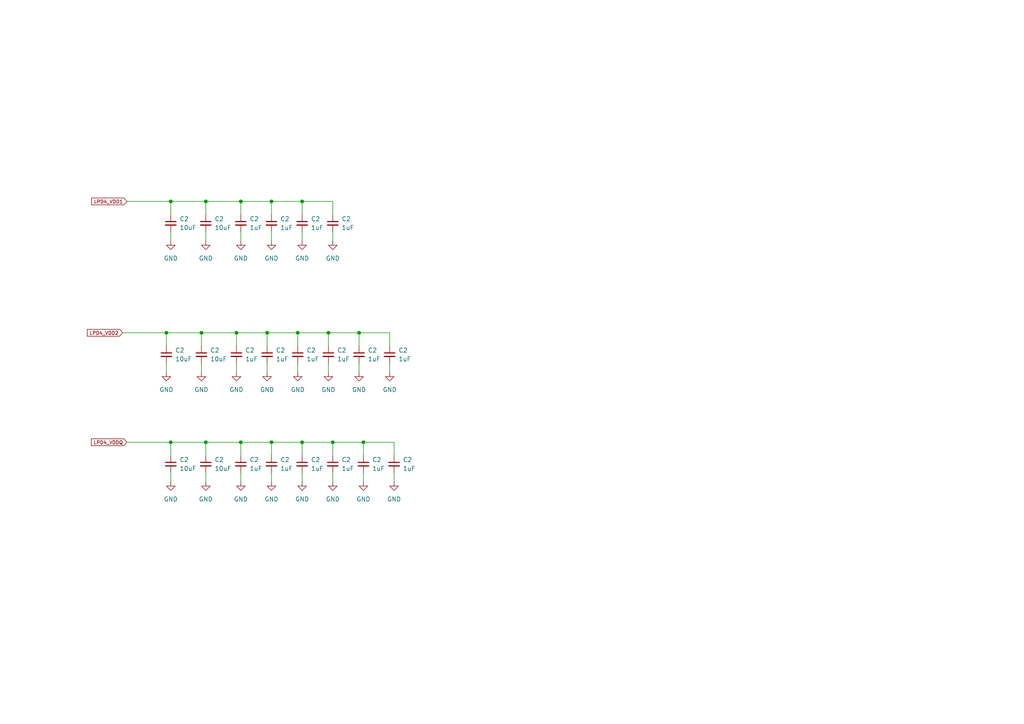
<source format=kicad_sch>
(kicad_sch (version 20230121) (generator eeschema)
  (paper "A4")
  (lib_symbols
    (symbol "Device:C_Small" (pin_numbers hide) (pin_names (offset 0.254) hide)
      (property "Reference" "C" (at 0.254 1.778 0))
      (property "Value" "C_Small" (at 0.254 -2.032 0))
      (symbol "C_Small_0_1"
        (polyline (pts (xy -1.524 -0.508) (xy 1.524 -0.508)) (stroke (width 0.3302)))
        (polyline (pts (xy -1.524 0.508) (xy 1.524 0.508)) (stroke (width 0.3048)))
      )
      (symbol "C_Small_1_1"
        (pin passive line (at 0 2.54 270) (length 2.032) (name "~") (number "1"))
        (pin passive line (at 0 -2.54 90) (length 2.032) (name "~") (number "2"))
      )
    )
    (symbol "power:GND" (power) (pin_names (offset 0))
      (property "Value" "GND" (at 0 -3.81 0))
      (symbol "GND_0_1"
        (polyline (pts (xy 0 0) (xy 0 -1.27) (xy 1.27 -1.27) (xy 0 -2.54) (xy -1.27 -1.27) (xy 0 -1.27)))
      )
      (symbol "GND_1_1"
        (pin power_in line (at 0 0 270) (length 0) hide (name "GND") (number "1"))
      )
    )
  )
  (junction (at 49.53 58.42))
  (junction (at 48.26 96.52))
  (junction (at 104.14 96.52))
  (junction (at 69.85 128.27))
  (junction (at 96.52 128.27))
  (junction (at 78.74 128.27))
  (junction (at 59.69 58.42))
  (junction (at 69.85 58.42))
  (junction (at 78.74 58.42))
  (junction (at 86.36 96.52))
  (junction (at 87.63 58.42))
  (junction (at 49.53 128.27))
  (junction (at 77.47 96.52))
  (junction (at 58.42 96.52))
  (junction (at 95.25 96.52))
  (junction (at 59.69 128.27))
  (junction (at 68.58 96.52))
  (junction (at 105.41 128.27))
  (junction (at 87.63 128.27))
  (wire (pts (xy 78.74 67.31) (xy 78.74 69.85)))
  (wire (pts (xy 59.69 128.27) (xy 59.69 132.08)))
  (wire (pts (xy 77.47 96.52) (xy 68.58 96.52)))
  (wire (pts (xy 68.58 105.41) (xy 68.58 107.95)))
  (wire (pts (xy 69.85 137.16) (xy 69.85 139.7)))
  (wire (pts (xy 58.42 105.41) (xy 58.42 107.95)))
  (wire (pts (xy 95.25 96.52) (xy 95.25 100.33)))
  (wire (pts (xy 96.52 137.16) (xy 96.52 139.7)))
  (wire (pts (xy 48.26 105.41) (xy 48.26 107.95)))
  (wire (pts (xy 87.63 128.27) (xy 78.74 128.27)))
  (wire (pts (xy 36.83 58.42) (xy 49.53 58.42)))
  (wire (pts (xy 113.03 105.41) (xy 113.03 107.95)))
  (wire (pts (xy 49.53 67.31) (xy 49.53 69.85)))
  (wire (pts (xy 78.74 128.27) (xy 78.74 132.08)))
  (wire (pts (xy 96.52 58.42) (xy 96.52 62.23)))
  (wire (pts (xy 59.69 128.27) (xy 49.53 128.27)))
  (wire (pts (xy 113.03 96.52) (xy 104.14 96.52)))
  (wire (pts (xy 59.69 67.31) (xy 59.69 69.85)))
  (wire (pts (xy 95.25 105.41) (xy 95.25 107.95)))
  (wire (pts (xy 114.3 137.16) (xy 114.3 139.7)))
  (wire (pts (xy 69.85 128.27) (xy 69.85 132.08)))
  (wire (pts (xy 87.63 128.27) (xy 87.63 132.08)))
  (wire (pts (xy 78.74 58.42) (xy 69.85 58.42)))
  (wire (pts (xy 68.58 96.52) (xy 58.42 96.52)))
  (wire (pts (xy 78.74 128.27) (xy 69.85 128.27)))
  (wire (pts (xy 48.26 96.52) (xy 48.26 100.33)))
  (wire (pts (xy 114.3 128.27) (xy 105.41 128.27)))
  (wire (pts (xy 96.52 128.27) (xy 87.63 128.27)))
  (wire (pts (xy 104.14 96.52) (xy 95.25 96.52)))
  (wire (pts (xy 49.53 137.16) (xy 49.53 139.7)))
  (wire (pts (xy 86.36 96.52) (xy 86.36 100.33)))
  (wire (pts (xy 69.85 58.42) (xy 59.69 58.42)))
  (wire (pts (xy 105.41 137.16) (xy 105.41 139.7)))
  (wire (pts (xy 78.74 58.42) (xy 78.74 62.23)))
  (wire (pts (xy 58.42 96.52) (xy 48.26 96.52)))
  (wire (pts (xy 69.85 128.27) (xy 59.69 128.27)))
  (wire (pts (xy 96.52 67.31) (xy 96.52 69.85)))
  (wire (pts (xy 87.63 58.42) (xy 87.63 62.23)))
  (wire (pts (xy 96.52 58.42) (xy 87.63 58.42)))
  (wire (pts (xy 59.69 58.42) (xy 49.53 58.42)))
  (wire (pts (xy 86.36 96.52) (xy 77.47 96.52)))
  (wire (pts (xy 69.85 67.31) (xy 69.85 69.85)))
  (wire (pts (xy 105.41 128.27) (xy 105.41 132.08)))
  (wire (pts (xy 59.69 58.42) (xy 59.69 62.23)))
  (wire (pts (xy 59.69 137.16) (xy 59.69 139.7)))
  (wire (pts (xy 36.83 128.27) (xy 49.53 128.27)))
  (wire (pts (xy 113.03 96.52) (xy 113.03 100.33)))
  (wire (pts (xy 87.63 67.31) (xy 87.63 69.85)))
  (wire (pts (xy 58.42 96.52) (xy 58.42 100.33)))
  (wire (pts (xy 95.25 96.52) (xy 86.36 96.52)))
  (wire (pts (xy 49.53 58.42) (xy 49.53 62.23)))
  (wire (pts (xy 87.63 137.16) (xy 87.63 139.7)))
  (wire (pts (xy 86.36 105.41) (xy 86.36 107.95)))
  (wire (pts (xy 87.63 58.42) (xy 78.74 58.42)))
  (wire (pts (xy 105.41 128.27) (xy 96.52 128.27)))
  (wire (pts (xy 114.3 128.27) (xy 114.3 132.08)))
  (wire (pts (xy 104.14 105.41) (xy 104.14 107.95)))
  (wire (pts (xy 96.52 128.27) (xy 96.52 132.08)))
  (wire (pts (xy 77.47 105.41) (xy 77.47 107.95)))
  (wire (pts (xy 49.53 128.27) (xy 49.53 132.08)))
  (wire (pts (xy 104.14 96.52) (xy 104.14 100.33)))
  (wire (pts (xy 35.56 96.52) (xy 48.26 96.52)))
  (wire (pts (xy 69.85 58.42) (xy 69.85 62.23)))
  (wire (pts (xy 77.47 96.52) (xy 77.47 100.33)))
  (wire (pts (xy 78.74 137.16) (xy 78.74 139.7)))
  (wire (pts (xy 68.58 96.52) (xy 68.58 100.33)))
  (global_label "LPD4_VDD2" (shape input) (at 35.56 96.52 180) (effects (font (size 1 1))) (property "Intersheetrefs" "${INTERSHEET_REFS}" (effects hide)))
  (global_label "LPD4_VDD1" (shape input) (at 36.83 58.42 180) (effects (font (size 1 1))) (property "Intersheetrefs" "${INTERSHEET_REFS}" (effects hide)))
  (global_label "LPD4_VDDQ" (shape input) (at 36.83 128.27 180) (effects (font (size 1 1))) (property "Intersheetrefs" "${INTERSHEET_REFS}" (effects hide)))
  (symbol (lib_id "power:GND") (at 104.14 107.95 0) (unit 1)
    (property "Reference" "#PWR06" (effects hide))
    (property "Value" "GND" (at 104.14 113.03 0))
    (instances (project "IMX8ML_plus" (path "" (reference "#PWR06") (unit 1)) (path "" (reference "#PWR020") (unit 1))))
  )
  (symbol (lib_id "power:GND") (at 78.74 69.85 0) (unit 1)
    (property "Reference" "#PWR06" (effects hide))
    (property "Value" "GND" (at 78.74 74.93 0))
    (instances (project "IMX8ML_plus" (path "" (reference "#PWR06") (unit 1)) (path "" (reference "#PWR011") (unit 1))))
  )
  (symbol (lib_id "power:GND") (at 105.41 139.7 0) (unit 1)
    (property "Reference" "#PWR06" (effects hide))
    (property "Value" "GND" (at 105.41 144.78 0))
    (instances (project "IMX8ML_plus" (path "" (reference "#PWR06") (unit 1)) (path "" (reference "#PWR028") (unit 1))))
  )
  (symbol (lib_id "Device:C_Small") (at 96.52 134.62 0) (mirror y) (unit 1)
    (property "Reference" "C2" (at 99.06 133.3563 0) (effects (justify right)))
    (property "Value" "1uF" (at 99.06 135.8963 0) (effects (justify right)))
    (property "Footprint" "Capacitor_SMD:C_0201_0603Metric_Pad0.64x0.40mm_HandSolder" (effects hide))
    (instances (project "IMX8ML_plus" (path "" (reference "C2") (unit 1)) (path "" (reference "C22") (unit 1))))
  )
  (symbol (lib_id "Device:C_Small") (at 95.25 102.87 0) (mirror y) (unit 1)
    (property "Reference" "C2" (at 97.79 101.6063 0) (effects (justify right)))
    (property "Value" "1uF" (at 97.79 104.1463 0) (effects (justify right)))
    (property "Footprint" "Capacitor_SMD:C_0201_0603Metric_Pad0.64x0.40mm_HandSolder" (effects hide))
    (instances (project "IMX8ML_plus" (path "" (reference "C2") (unit 1)) (path "" (reference "C14") (unit 1))))
  )
  (symbol (lib_id "Device:C_Small") (at 78.74 134.62 0) (mirror y) (unit 1)
    (property "Reference" "C2" (at 81.28 133.3563 0) (effects (justify right)))
    (property "Value" "1uF" (at 81.28 135.8963 0) (effects (justify right)))
    (property "Footprint" "Capacitor_SMD:C_0201_0603Metric_Pad0.64x0.40mm_HandSolder" (effects hide))
    (instances (project "IMX8ML_plus" (path "" (reference "C2") (unit 1)) (path "" (reference "C20") (unit 1))))
  )
  (symbol (lib_id "power:GND") (at 49.53 69.85 0) (unit 1)
    (property "Reference" "#PWR06" (effects hide))
    (property "Value" "GND" (at 49.53 74.93 0))
    (instances (project "IMX8ML_plus" (path "" (reference "#PWR06") (unit 1)) (path "" (reference "#PWR010") (unit 1))))
  )
  (symbol (lib_id "Device:C_Small") (at 49.53 64.77 0) (mirror y) (unit 1)
    (property "Reference" "C2" (at 52.07 63.5063 0) (effects (justify right)))
    (property "Value" "10uF" (at 52.07 66.0463 0) (effects (justify right)))
    (property "Footprint" "Capacitor_SMD:C_0402_1005Metric" (effects hide))
    (instances (project "IMX8ML_plus" (path "" (reference "C2") (unit 1)) (path "" (reference "C5") (unit 1))))
  )
  (symbol (lib_id "power:GND") (at 114.3 139.7 0) (unit 1)
    (property "Reference" "#PWR06" (effects hide))
    (property "Value" "GND" (at 114.3 144.78 0))
    (instances (project "IMX8ML_plus" (path "" (reference "#PWR06") (unit 1)) (path "" (reference "#PWR029") (unit 1))))
  )
  (symbol (lib_id "power:GND") (at 69.85 139.7 0) (unit 1)
    (property "Reference" "#PWR06" (effects hide))
    (property "Value" "GND" (at 69.85 144.78 0))
    (instances (project "IMX8ML_plus" (path "" (reference "#PWR06") (unit 1)) (path "" (reference "#PWR024") (unit 1))))
  )
  (symbol (lib_id "Device:C_Small") (at 104.14 102.87 0) (mirror y) (unit 1)
    (property "Reference" "C2" (at 106.68 101.6063 0) (effects (justify right)))
    (property "Value" "1uF" (at 106.68 104.1463 0) (effects (justify right)))
    (property "Footprint" "Capacitor_SMD:C_0201_0603Metric_Pad0.64x0.40mm_HandSolder" (effects hide))
    (instances (project "IMX8ML_plus" (path "" (reference "C2") (unit 1)) (path "" (reference "C15") (unit 1))))
  )
  (symbol (lib_id "power:GND") (at 95.25 107.95 0) (unit 1)
    (property "Reference" "#PWR06" (effects hide))
    (property "Value" "GND" (at 95.25 113.03 0))
    (instances (project "IMX8ML_plus" (path "" (reference "#PWR06") (unit 1)) (path "" (reference "#PWR019") (unit 1))))
  )
  (symbol (lib_id "power:GND") (at 49.53 139.7 0) (unit 1)
    (property "Reference" "#PWR06" (effects hide))
    (property "Value" "GND" (at 49.53 144.78 0))
    (instances (project "IMX8ML_plus" (path "" (reference "#PWR06") (unit 1)) (path "" (reference "#PWR022") (unit 1))))
  )
  (symbol (lib_id "Device:C_Small") (at 58.42 102.87 0) (mirror y) (unit 1)
    (property "Reference" "C2" (at 60.96 101.6063 0) (effects (justify right)))
    (property "Value" "10uF" (at 60.96 104.1463 0) (effects (justify right)))
    (property "Footprint" "Capacitor_SMD:C_0402_1005Metric" (effects hide))
    (instances (project "IMX8ML_plus" (path "" (reference "C2") (unit 1)) (path "" (reference "C10") (unit 1))))
  )
  (symbol (lib_id "power:GND") (at 113.03 107.95 0) (unit 1)
    (property "Reference" "#PWR06" (effects hide))
    (property "Value" "GND" (at 113.03 113.03 0))
    (instances (project "IMX8ML_plus" (path "" (reference "#PWR06") (unit 1)) (path "" (reference "#PWR021") (unit 1))))
  )
  (symbol (lib_id "Device:C_Small") (at 59.69 64.77 0) (mirror y) (unit 1)
    (property "Reference" "C2" (at 62.23 63.5063 0) (effects (justify right)))
    (property "Value" "10uF" (at 62.23 66.0463 0) (effects (justify right)))
    (property "Footprint" "Capacitor_SMD:C_0402_1005Metric" (effects hide))
    (instances (project "IMX8ML_plus" (path "" (reference "C2") (unit 1)) (path "" (reference "C4") (unit 1))))
  )
  (symbol (lib_id "Device:C_Small") (at 87.63 134.62 0) (mirror y) (unit 1)
    (property "Reference" "C2" (at 90.17 133.3563 0) (effects (justify right)))
    (property "Value" "1uF" (at 90.17 135.8963 0) (effects (justify right)))
    (property "Footprint" "Capacitor_SMD:C_0201_0603Metric_Pad0.64x0.40mm_HandSolder" (effects hide))
    (instances (project "IMX8ML_plus" (path "" (reference "C2") (unit 1)) (path "" (reference "C21") (unit 1))))
  )
  (symbol (lib_id "Device:C_Small") (at 77.47 102.87 0) (mirror y) (unit 1)
    (property "Reference" "C2" (at 80.01 101.6063 0) (effects (justify right)))
    (property "Value" "1uF" (at 80.01 104.1463 0) (effects (justify right)))
    (property "Footprint" "Capacitor_SMD:C_0201_0603Metric_Pad0.64x0.40mm_HandSolder" (effects hide))
    (instances (project "IMX8ML_plus" (path "" (reference "C2") (unit 1)) (path "" (reference "C12") (unit 1))))
  )
  (symbol (lib_id "power:GND") (at 68.58 107.95 0) (unit 1)
    (property "Reference" "#PWR06" (effects hide))
    (property "Value" "GND" (at 68.58 113.03 0))
    (instances (project "IMX8ML_plus" (path "" (reference "#PWR06") (unit 1)) (path "" (reference "#PWR016") (unit 1))))
  )
  (symbol (lib_id "power:GND") (at 87.63 139.7 0) (unit 1)
    (property "Reference" "#PWR06" (effects hide))
    (property "Value" "GND" (at 87.63 144.78 0))
    (instances (project "IMX8ML_plus" (path "" (reference "#PWR06") (unit 1)) (path "" (reference "#PWR026") (unit 1))))
  )
  (symbol (lib_id "Device:C_Small") (at 113.03 102.87 0) (mirror y) (unit 1)
    (property "Reference" "C2" (at 115.57 101.6063 0) (effects (justify right)))
    (property "Value" "1uF" (at 115.57 104.1463 0) (effects (justify right)))
    (property "Footprint" "Capacitor_SMD:C_0201_0603Metric_Pad0.64x0.40mm_HandSolder" (effects hide))
    (instances (project "IMX8ML_plus" (path "" (reference "C2") (unit 1)) (path "" (reference "C16") (unit 1))))
  )
  (symbol (lib_id "power:GND") (at 87.63 69.85 0) (unit 1)
    (property "Reference" "#PWR06" (effects hide))
    (property "Value" "GND" (at 87.63 74.93 0))
    (instances (project "IMX8ML_plus" (path "" (reference "#PWR06") (unit 1)) (path "" (reference "#PWR012") (unit 1))))
  )
  (symbol (lib_id "power:GND") (at 59.69 69.85 0) (unit 1)
    (property "Reference" "#PWR06" (effects hide))
    (property "Value" "GND" (at 59.69 74.93 0))
    (instances (project "IMX8ML_plus" (path "" (reference "#PWR06") (unit 1)) (path "" (reference "#PWR09") (unit 1))))
  )
  (symbol (lib_id "power:GND") (at 59.69 139.7 0) (unit 1)
    (property "Reference" "#PWR06" (effects hide))
    (property "Value" "GND" (at 59.69 144.78 0))
    (instances (project "IMX8ML_plus" (path "" (reference "#PWR06") (unit 1)) (path "" (reference "#PWR023") (unit 1))))
  )
  (symbol (lib_id "power:GND") (at 48.26 107.95 0) (unit 1)
    (property "Reference" "#PWR06" (effects hide))
    (property "Value" "GND" (at 48.26 113.03 0))
    (instances (project "IMX8ML_plus" (path "" (reference "#PWR06") (unit 1)) (path "" (reference "#PWR014") (unit 1))))
  )
  (symbol (lib_id "Device:C_Small") (at 48.26 102.87 0) (mirror y) (unit 1)
    (property "Reference" "C2" (at 50.8 101.6063 0) (effects (justify right)))
    (property "Value" "10uF" (at 50.8 104.1463 0) (effects (justify right)))
    (property "Footprint" "Capacitor_SMD:C_0402_1005Metric" (effects hide))
    (instances (project "IMX8ML_plus" (path "" (reference "C2") (unit 1)) (path "" (reference "C9") (unit 1))))
  )
  (symbol (lib_id "power:GND") (at 58.42 107.95 0) (unit 1)
    (property "Reference" "#PWR06" (effects hide))
    (property "Value" "GND" (at 58.42 113.03 0))
    (instances (project "IMX8ML_plus" (path "" (reference "#PWR06") (unit 1)) (path "" (reference "#PWR015") (unit 1))))
  )
  (symbol (lib_id "Device:C_Small") (at 96.52 64.77 0) (mirror y) (unit 1)
    (property "Reference" "C2" (at 99.06 63.5063 0) (effects (justify right)))
    (property "Value" "1uF" (at 99.06 66.0463 0) (effects (justify right)))
    (property "Footprint" "Capacitor_SMD:C_0201_0603Metric_Pad0.64x0.40mm_HandSolder" (effects hide))
    (instances (project "IMX8ML_plus" (path "" (reference "C2") (unit 1)) (path "" (reference "C8") (unit 1))))
  )
  (symbol (lib_id "Device:C_Small") (at 114.3 134.62 0) (mirror y) (unit 1)
    (property "Reference" "C2" (at 116.84 133.3563 0) (effects (justify right)))
    (property "Value" "1uF" (at 116.84 135.8963 0) (effects (justify right)))
    (property "Footprint" "Capacitor_SMD:C_0201_0603Metric_Pad0.64x0.40mm_HandSolder" (effects hide))
    (instances (project "IMX8ML_plus" (path "" (reference "C2") (unit 1)) (path "" (reference "C24") (unit 1))))
  )
  (symbol (lib_id "Device:C_Small") (at 105.41 134.62 0) (mirror y) (unit 1)
    (property "Reference" "C2" (at 107.95 133.3563 0) (effects (justify right)))
    (property "Value" "1uF" (at 107.95 135.8963 0) (effects (justify right)))
    (property "Footprint" "Capacitor_SMD:C_0201_0603Metric_Pad0.64x0.40mm_HandSolder" (effects hide))
    (instances (project "IMX8ML_plus" (path "" (reference "C2") (unit 1)) (path "" (reference "C23") (unit 1))))
  )
  (symbol (lib_id "Device:C_Small") (at 69.85 64.77 0) (mirror y) (unit 1)
    (property "Reference" "C2" (at 72.39 63.5063 0) (effects (justify right)))
    (property "Value" "1uF" (at 72.39 66.0463 0) (effects (justify right)))
    (property "Footprint" "Capacitor_SMD:C_0201_0603Metric_Pad0.64x0.40mm_HandSolder" (effects hide))
    (instances (project "IMX8ML_plus" (path "" (reference "C2") (unit 1)) (path "" (reference "C3") (unit 1))))
  )
  (symbol (lib_id "Device:C_Small") (at 68.58 102.87 0) (mirror y) (unit 1)
    (property "Reference" "C2" (at 71.12 101.6063 0) (effects (justify right)))
    (property "Value" "1uF" (at 71.12 104.1463 0) (effects (justify right)))
    (property "Footprint" "Capacitor_SMD:C_0201_0603Metric_Pad0.64x0.40mm_HandSolder" (effects hide))
    (instances (project "IMX8ML_plus" (path "" (reference "C2") (unit 1)) (path "" (reference "C11") (unit 1))))
  )
  (symbol (lib_id "Device:C_Small") (at 87.63 64.77 0) (mirror y) (unit 1)
    (property "Reference" "C2" (at 90.17 63.5063 0) (effects (justify right)))
    (property "Value" "1uF" (at 90.17 66.0463 0) (effects (justify right)))
    (property "Footprint" "Capacitor_SMD:C_0201_0603Metric_Pad0.64x0.40mm_HandSolder" (effects hide))
    (instances (project "IMX8ML_plus" (path "" (reference "C2") (unit 1)) (path "" (reference "C7") (unit 1))))
  )
  (symbol (lib_id "power:GND") (at 78.74 139.7 0) (unit 1)
    (property "Reference" "#PWR06" (effects hide))
    (property "Value" "GND" (at 78.74 144.78 0))
    (instances (project "IMX8ML_plus" (path "" (reference "#PWR06") (unit 1)) (path "" (reference "#PWR025") (unit 1))))
  )
  (symbol (lib_id "power:GND") (at 69.85 69.85 0) (unit 1)
    (property "Reference" "#PWR06" (effects hide))
    (property "Value" "GND" (at 69.85 74.93 0))
    (instances (project "IMX8ML_plus" (path "" (reference "#PWR06") (unit 1)) (path "" (reference "#PWR08") (unit 1))))
  )
  (symbol (lib_id "Device:C_Small") (at 59.69 134.62 0) (mirror y) (unit 1)
    (property "Reference" "C2" (at 62.23 133.3563 0) (effects (justify right)))
    (property "Value" "10uF" (at 62.23 135.8963 0) (effects (justify right)))
    (property "Footprint" "Capacitor_SMD:C_0402_1005Metric" (effects hide))
    (instances (project "IMX8ML_plus" (path "" (reference "C2") (unit 1)) (path "" (reference "C18") (unit 1))))
  )
  (symbol (lib_id "Device:C_Small") (at 86.36 102.87 0) (mirror y) (unit 1)
    (property "Reference" "C2" (at 88.9 101.6063 0) (effects (justify right)))
    (property "Value" "1uF" (at 88.9 104.1463 0) (effects (justify right)))
    (property "Footprint" "Capacitor_SMD:C_0201_0603Metric_Pad0.64x0.40mm_HandSolder" (effects hide))
    (instances (project "IMX8ML_plus" (path "" (reference "C2") (unit 1)) (path "" (reference "C13") (unit 1))))
  )
  (symbol (lib_id "Device:C_Small") (at 78.74 64.77 0) (mirror y) (unit 1)
    (property "Reference" "C2" (at 81.28 63.5063 0) (effects (justify right)))
    (property "Value" "1uF" (at 81.28 66.0463 0) (effects (justify right)))
    (property "Footprint" "Capacitor_SMD:C_0201_0603Metric_Pad0.64x0.40mm_HandSolder" (effects hide))
    (instances (project "IMX8ML_plus" (path "" (reference "C2") (unit 1)) (path "" (reference "C6") (unit 1))))
  )
  (symbol (lib_id "power:GND") (at 77.47 107.95 0) (unit 1)
    (property "Reference" "#PWR06" (effects hide))
    (property "Value" "GND" (at 77.47 113.03 0))
    (instances (project "IMX8ML_plus" (path "" (reference "#PWR06") (unit 1)) (path "" (reference "#PWR017") (unit 1))))
  )
  (symbol (lib_id "Device:C_Small") (at 49.53 134.62 0) (mirror y) (unit 1)
    (property "Reference" "C2" (at 52.07 133.3563 0) (effects (justify right)))
    (property "Value" "10uF" (at 52.07 135.8963 0) (effects (justify right)))
    (property "Footprint" "Capacitor_SMD:C_0402_1005Metric" (effects hide))
    (instances (project "IMX8ML_plus" (path "" (reference "C2") (unit 1)) (path "" (reference "C17") (unit 1))))
  )
  (symbol (lib_id "Device:C_Small") (at 69.85 134.62 0) (mirror y) (unit 1)
    (property "Reference" "C2" (at 72.39 133.3563 0) (effects (justify right)))
    (property "Value" "1uF" (at 72.39 135.8963 0) (effects (justify right)))
    (property "Footprint" "Capacitor_SMD:C_0201_0603Metric_Pad0.64x0.40mm_HandSolder" (effects hide))
    (instances (project "IMX8ML_plus" (path "" (reference "C2") (unit 1)) (path "" (reference "C19") (unit 1))))
  )
  (symbol (lib_id "power:GND") (at 96.52 69.85 0) (unit 1)
    (property "Reference" "#PWR06" (effects hide))
    (property "Value" "GND" (at 96.52 74.93 0))
    (instances (project "IMX8ML_plus" (path "" (reference "#PWR06") (unit 1)) (path "" (reference "#PWR013") (unit 1))))
  )
  (symbol (lib_id "power:GND") (at 96.52 139.7 0) (unit 1)
    (property "Reference" "#PWR06" (effects hide))
    (property "Value" "GND" (at 96.52 144.78 0))
    (instances (project "IMX8ML_plus" (path "" (reference "#PWR06") (unit 1)) (path "" (reference "#PWR027") (unit 1))))
  )
  (symbol (lib_id "power:GND") (at 86.36 107.95 0) (unit 1)
    (property "Reference" "#PWR06" (effects hide))
    (property "Value" "GND" (at 86.36 113.03 0))
    (instances (project "IMX8ML_plus" (path "" (reference "#PWR06") (unit 1)) (path "" (reference "#PWR018") (unit 1))))
  )
)
</source>
